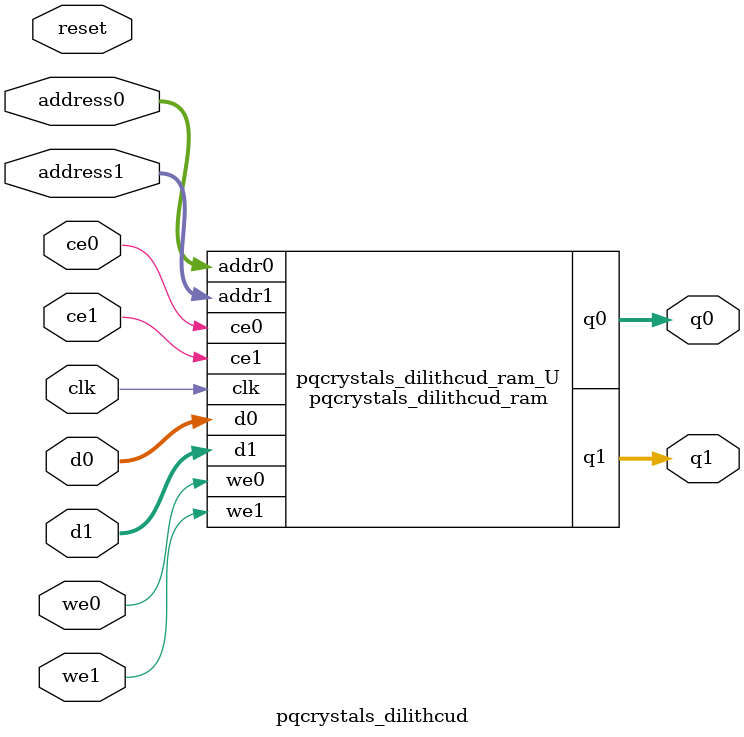
<source format=v>
`timescale 1 ns / 1 ps
module pqcrystals_dilithcud_ram (addr0, ce0, d0, we0, q0, addr1, ce1, d1, we1, q1,  clk);

parameter DWIDTH = 64;
parameter AWIDTH = 5;
parameter MEM_SIZE = 25;

input[AWIDTH-1:0] addr0;
input ce0;
input[DWIDTH-1:0] d0;
input we0;
output reg[DWIDTH-1:0] q0;
input[AWIDTH-1:0] addr1;
input ce1;
input[DWIDTH-1:0] d1;
input we1;
output reg[DWIDTH-1:0] q1;
input clk;

(* ram_style = "block" *)reg [DWIDTH-1:0] ram[0:MEM_SIZE-1];




always @(posedge clk)  
begin 
    if (ce0) begin
        if (we0) 
            ram[addr0] <= d0; 
        q0 <= ram[addr0];
    end
end


always @(posedge clk)  
begin 
    if (ce1) begin
        if (we1) 
            ram[addr1] <= d1; 
        q1 <= ram[addr1];
    end
end


endmodule

`timescale 1 ns / 1 ps
module pqcrystals_dilithcud(
    reset,
    clk,
    address0,
    ce0,
    we0,
    d0,
    q0,
    address1,
    ce1,
    we1,
    d1,
    q1);

parameter DataWidth = 32'd64;
parameter AddressRange = 32'd25;
parameter AddressWidth = 32'd5;
input reset;
input clk;
input[AddressWidth - 1:0] address0;
input ce0;
input we0;
input[DataWidth - 1:0] d0;
output[DataWidth - 1:0] q0;
input[AddressWidth - 1:0] address1;
input ce1;
input we1;
input[DataWidth - 1:0] d1;
output[DataWidth - 1:0] q1;



pqcrystals_dilithcud_ram pqcrystals_dilithcud_ram_U(
    .clk( clk ),
    .addr0( address0 ),
    .ce0( ce0 ),
    .we0( we0 ),
    .d0( d0 ),
    .q0( q0 ),
    .addr1( address1 ),
    .ce1( ce1 ),
    .we1( we1 ),
    .d1( d1 ),
    .q1( q1 ));

endmodule


</source>
